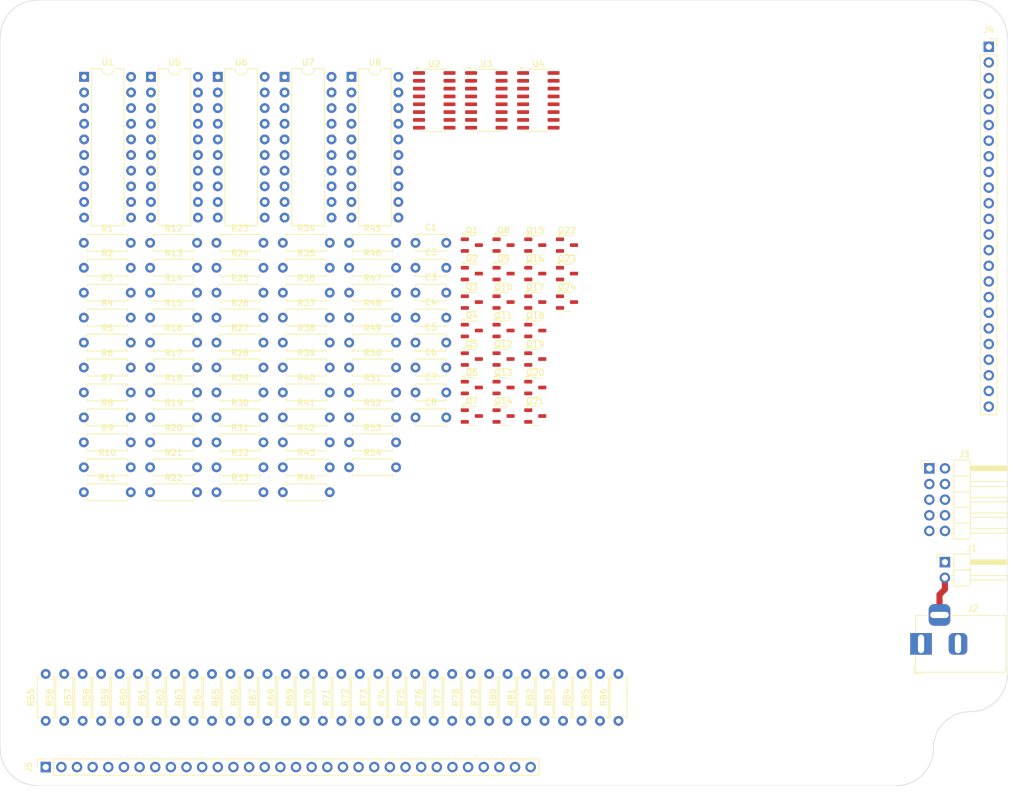
<source format=kicad_pcb>
(kicad_pcb (version 20240108) (generator "pcbnew") (generator_version "8.0")
  (title_block (title "Fullsize LED Board (Driver)"))
  (layers (0 "F.Cu" signal) (31 "B.Cu" signal) (34 "B.Paste" user) (35 "F.Paste" user) (36 "B.SilkS" user "B.Silkscreen") (37 "F.SilkS" user "F.Silkscreen") (38 "B.Mask" user) (39 "F.Mask" user) (44 "Edge.Cuts" user))
  (net 0 "")
  (net 1 "GND")
  (net 2 "+5V")
  (net 3 "Net-(J1-Pin_2)")
  (net 4 "ShiftRowData")
  (net 5 "RowData")
  (net 6 "ApplyRowAndStrobe")
  (net 9 "ShiftRowStrobe")
  (net 10 "~{OutputEnable}")
  (net 11 "RowStrobe")
  (net 12 "/Anodes1")
  (net 13 "/Anodes23")
  (net 14 "/Anodes21")
  (net 15 "/Anodes5")
  (net 16 "/Anodes18")
  (net 17 "/Anodes4")
  (net 18 "/Anodes0")
  (net 19 "/Anodes11")
  (net 20 "/Anodes7")
  (net 21 "/Anodes15")
  (net 22 "/Anodes20")
  (net 23 "/Anodes2")
  (net 24 "/Anodes16")
  (net 25 "/Anodes17")
  (net 26 "/Anodes14")
  (net 27 "/Anodes12")
  (net 28 "/Anodes22")
  (net 29 "/Anodes8")
  (net 30 "/Anodes3")
  (net 31 "/Anodes6")
  (net 32 "/Anodes10")
  (net 33 "/Anodes19")
  (net 34 "/Anodes13")
  (net 35 "/Anodes9")
  (net 36 "Net-(J5-Pin_20)")
  (net 37 "Net-(J5-Pin_14)")
  (net 38 "Net-(J5-Pin_26)")
  (net 39 "Net-(J5-Pin_28)")
  (net 40 "Net-(J5-Pin_6)")
  (net 41 "Net-(J5-Pin_18)")
  (net 42 "Net-(J5-Pin_21)")
  (net 43 "Net-(J5-Pin_17)")
  (net 44 "Net-(J5-Pin_4)")
  (net 45 "Net-(J5-Pin_24)")
  (net 46 "Net-(J5-Pin_8)")
  (net 47 "Net-(J5-Pin_19)")
  (net 48 "Net-(J5-Pin_3)")
  (net 49 "Net-(J5-Pin_2)")
  (net 50 "Net-(J5-Pin_9)")
  (net 51 "Net-(J5-Pin_23)")
  (net 52 "Net-(J5-Pin_25)")
  (net 53 "Net-(J5-Pin_31)")
  (net 54 "Net-(J5-Pin_15)")
  (net 55 "Net-(J5-Pin_16)")
  (net 56 "Net-(J5-Pin_22)")
  (net 57 "Net-(J5-Pin_29)")
  (net 58 "Net-(J5-Pin_5)")
  (net 59 "Net-(J5-Pin_1)")
  (net 60 "Net-(J5-Pin_13)")
  (net 61 "Net-(J5-Pin_12)")
  (net 62 "Net-(J5-Pin_7)")
  (net 63 "Net-(J5-Pin_11)")
  (net 64 "Net-(J5-Pin_27)")
  (net 65 "Net-(J5-Pin_30)")
  (net 66 "Net-(J5-Pin_10)")
  (net 67 "Net-(J5-Pin_32)")
  (net 68 "/Cathodes0")
  (net 69 "/Cathodes1")
  (net 70 "/Cathodes2")
  (net 71 "/Cathodes3")
  (net 72 "/Cathodes4")
  (net 73 "/Cathodes5")
  (net 74 "/Cathodes6")
  (net 75 "/Cathodes7")
  (net 76 "/Cathodes8")
  (net 77 "/Cathodes9")
  (net 78 "/Cathodes10")
  (net 79 "/Cathodes11")
  (net 80 "/Cathodes12")
  (net 81 "/Cathodes13")
  (net 82 "/Cathodes14")
  (net 83 "/Cathodes15")
  (net 84 "/Cathodes16")
  (net 85 "/Cathodes17")
  (net 86 "/Cathodes18")
  (net 87 "/Cathodes19")
  (net 88 "/Cathodes20")
  (net 89 "/Cathodes21")
  (net 90 "/Cathodes22")
  (net 91 "/Cathodes23")
  (net 92 "/Cathodes24")
  (net 93 "/Cathodes25")
  (net 94 "/Cathodes26")
  (net 95 "/Cathodes27")
  (net 96 "/Cathodes28")
  (net 97 "/Cathodes29")
  (net 98 "/Cathodes30")
  (net 99 "/Cathodes31")
  (net 100 "Net-(Q1-G)")
  (net 101 "Net-(Q2-G)")
  (net 102 "Net-(Q3-G)")
  (net 103 "Net-(Q4-G)")
  (net 104 "Net-(Q5-G)")
  (net 105 "Net-(Q6-G)")
  (net 106 "Net-(Q7-G)")
  (net 107 "Net-(Q8-G)")
  (net 108 "Net-(Q9-G)")
  (net 109 "Net-(Q10-G)")
  (net 110 "Net-(Q11-G)")
  (net 111 "Net-(Q12-G)")
  (net 112 "Net-(Q13-G)")
  (net 113 "Net-(Q14-G)")
  (net 114 "Net-(Q15-G)")
  (net 115 "Net-(Q16-G)")
  (net 116 "Net-(Q17-G)")
  (net 117 "Net-(Q18-G)")
  (net 118 "Net-(Q19-G)")
  (net 119 "Net-(Q20-G)")
  (net 120 "Net-(Q21-G)")
  (net 121 "Net-(Q22-G)")
  (net 122 "Net-(Q23-G)")
  (net 123 "Net-(Q24-G)")
  (net 124 "/Gates0")
  (net 125 "/Gates1")
  (net 126 "/Gates2")
  (net 127 "/Gates3")
  (net 128 "/Gates4")
  (net 129 "/Gates5")
  (net 130 "/Gates6")
  (net 131 "/Gates7")
  (net 132 "/Gates8")
  (net 133 "/Gates9")
  (net 134 "/Gates10")
  (net 135 "/Gates11")
  (net 136 "/Gates12")
  (net 137 "/Gates13")
  (net 138 "/Gates14")
  (net 139 "/Gates15")
  (net 140 "/Gates16")
  (net 141 "/Gates17")
  (net 142 "/Gates18")
  (net 143 "/Gates19")
  (net 144 "/Gates20")
  (net 145 "/Gates21")
  (net 146 "/Gates22")
  (net 147 "/Gates23")
  (net 149 "/ShiftRowData'")
  (net 150 "/ApplyRowAndStrobe'")
  (net 151 "/RowData'")
  (net 152 "/~{OutputEnable'}")
  (net 153 "/RowStrobe'")
  (net 155 "/ShiftRowStrobe'")
  (net 156 "Net-(U2-QH')")
  (net 157 "Net-(U3-QH')")
  (net 159 "Net-(U5-SER_IN)")
  (net 164 "Net-(U6-SER_IN)")
  (net 167 "Net-(U7-SER_IN)")
  (footprint "Package_DIP:DIP-20_W7.62mm" (layer "F.Cu") (at 110.1125 44.925)
    (property "Reference" "U1")
    (property "Value" "74HCT541")
  )
  (footprint "Package_TO_SOT_SMD:SOT-23-3" (layer "F.Cu") (at 178.2125 100)
    (property "Reference" "Q14")
    (property "Value" "SQ2351CES")
  )
  (footprint "Package_TO_SOT_SMD:SOT-23-3" (layer "F.Cu") (at 173.0625 81.5)
    (property "Reference" "Q3")
    (property "Value" "SQ2351CES")
  )
  (footprint "Resistor_THT:R_Axial_DIN0207_L6.3mm_D2.5mm_P7.62mm_Horizontal" (layer "F.Cu") (at 153.1425 108.325)
    (property "Reference" "R54")
    (property "Value" "150R")
  )
  (footprint "Resistor_THT:R_Axial_DIN0207_L6.3mm_D2.5mm_P7.62mm_Horizontal" (layer "F.Cu") (at 120.8325 104.275)
    (property "Reference" "R20")
    (property "Value" "150R")
  )
  (footprint "Package_TO_SOT_SMD:SOT-23-3" (layer "F.Cu") (at 188.5125 76.875)
    (property "Reference" "Q23")
    (property "Value" "SQ2351CES")
  )
  (footprint "Resistor_THT:R_Axial_DIN0207_L6.3mm_D2.5mm_P7.62mm_Horizontal" (layer "F.Cu") (at 131.6025 88.075)
    (property "Reference" "R27")
    (property "Value" "R")
  )
  (footprint "Package_TO_SOT_SMD:SOT-23-3" (layer "F.Cu") (at 173.0625 95.375)
    (property "Reference" "Q6")
    (property "Value" "SQ2351CES")
  )
  (footprint "Resistor_THT:R_Axial_DIN0207_L6.3mm_D2.5mm_P7.62mm_Horizontal" (layer "F.Cu") (at 110.0625 71.875)
    (property "Reference" "R1")
    (property "Value" "R")
  )
  (footprint "Package_TO_SOT_SMD:SOT-23-3" (layer "F.Cu") (at 178.2125 81.5)
    (property "Reference" "Q10")
    (property "Value" "SQ2351CES")
  )
  (footprint "Resistor_THT:R_Axial_DIN0207_L6.3mm_D2.5mm_P7.62mm_Horizontal" (layer "F.Cu") (at 120.8325 108.325)
    (property "Reference" "R21")
    (property "Value" "R")
  )
  (footprint "Package_SO:SOIC-16_3.9x9.9mm_P1.27mm" (layer "F.Cu") (at 166.9625 48.745)
    (property "Reference" "U2")
    (property "Value" "74HCT595")
  )
  (footprint "Resistor_THT:R_Axial_DIN0207_L6.3mm_D2.5mm_P7.62mm_Horizontal" (layer "F.Cu") (at 120.8325 79.975)
    (property "Reference" "R14")
    (property "Value" "150R")
  )
  (footprint "Connector_PinHeader_2.54mm:PinHeader_2x05_P2.54mm_Horizontal" (layer "F.Cu") (at 247.35 108.5)
    (property "Reference" "J3")
    (property "Value" "~")
  )
  (footprint "Resistor_THT:R_Axial_DIN0207_L6.3mm_D2.5mm_P7.62mm_Horizontal" (layer "F.Cu") (at 154.875 149.5 90)
    (property "Reference" "R72")
    (property "Value" "R")
  )
  (footprint "Package_TO_SOT_SMD:SOT-23-3" (layer "F.Cu") (at 188.5125 81.5)
    (property "Reference" "Q24")
    (property "Value" "SQ2351CES")
  )
  (footprint "Resistor_THT:R_Axial_DIN0207_L6.3mm_D2.5mm_P7.62mm_Horizontal" (layer "F.Cu") (at 109.875 149.5 90)
    (property "Reference" "R57")
    (property "Value" "R")
  )
  (footprint "Resistor_THT:R_Axial_DIN0207_L6.3mm_D2.5mm_P7.62mm_Horizontal" (layer "F.Cu") (at 190.875 149.5 90)
    (property "Reference" "R84")
    (property "Value" "R")
  )
  (footprint "Resistor_THT:R_Axial_DIN0207_L6.3mm_D2.5mm_P7.62mm_Horizontal" (layer "F.Cu") (at 153.1425 100.225)
    (property "Reference" "R52")
    (property "Value" "150R")
  )
  (footprint "Resistor_THT:R_Axial_DIN0207_L6.3mm_D2.5mm_P7.62mm_Horizontal" (layer "F.Cu") (at 120.8325 88.075)
    (property "Reference" "R16")
    (property "Value" "150R")
  )
  (footprint "Capacitor_THT:C_Disc_D4.7mm_W2.5mm_P5.00mm" (layer "F.Cu") (at 163.9125 96.175)
    (property "Reference" "C7")
    (property "Value" "100nF")
  )
  (footprint "Resistor_THT:R_Axial_DIN0207_L6.3mm_D2.5mm_P7.62mm_Horizontal" (layer "F.Cu") (at 131.6025 75.925)
    (property "Reference" "R24")
    (property "Value" "150R")
  )
  (footprint "Resistor_THT:R_Axial_DIN0207_L6.3mm_D2.5mm_P7.62mm_Horizontal" (layer "F.Cu") (at 169.875 149.5 90)
    (property "Reference" "R77")
    (property "Value" "R")
  )
  (footprint "Resistor_THT:R_Axial_DIN0207_L6.3mm_D2.5mm_P7.62mm_Horizontal" (layer "F.Cu") (at 181.875 149.5 90)
    (property "Reference" "R81")
    (property "Value" "R")
  )
  (footprint "Resistor_THT:R_Axial_DIN0207_L6.3mm_D2.5mm_P7.62mm_Horizontal" (layer "F.Cu") (at 124.875 149.5 90)
    (property "Reference" "R62")
    (property "Value" "R")
  )
  (footprint "Package_TO_SOT_SMD:SOT-23-3" (layer "F.Cu") (at 178.2125 76.875)
    (property "Reference" "Q9")
    (property "Value" "SQ2351CES")
  )
  (footprint "Package_TO_SOT_SMD:SOT-23-3" (layer "F.Cu") (at 173.0625 90.75)
    (property "Reference" "Q5")
    (property "Value" "SQ2351CES")
  )
  (footprint "Resistor_THT:R_Axial_DIN0207_L6.3mm_D2.5mm_P7.62mm_Horizontal" (layer "F.Cu") (at 110.0625 88.075)
    (property "Reference" "R5")
    (property "Value" "R")
  )
  (footprint "Resistor_THT:R_Axial_DIN0207_L6.3mm_D2.5mm_P7.62mm_Horizontal" (layer "F.Cu") (at 110.0625 92.125)
    (property "Reference" "R6")
    (property "Value" "R")
  )
  (footprint "Package_TO_SOT_SMD:SOT-23-3" (layer "F.Cu") (at 183.3625 95.375)
    (property "Reference" "Q20")
    (property "Value" "SQ2351CES")
  )
  (footprint "Resistor_THT:R_Axial_DIN0207_L6.3mm_D2.5mm_P7.62mm_Horizontal" (layer "F.Cu") (at 139.875 149.5 90)
    (property "Reference" "R67")
    (property "Value" "R")
  )
  (footprint "Package_TO_SOT_SMD:SOT-23-3" (layer "F.Cu") (at 173.0625 86.125)
    (property "Reference" "Q4")
    (property "Value" "SQ2351CES")
  )
  (footprint "Package_TO_SOT_SMD:SOT-23-3" (layer "F.Cu") (at 183.3625 100)
    (property "Reference" "Q21")
    (property "Value" "SQ2351CES")
  )
  (footprint "Resistor_THT:R_Axial_DIN0207_L6.3mm_D2.5mm_P7.62mm_Horizontal" (layer "F.Cu") (at 120.8325 84.025)
    (property "Reference" "R15")
    (property "Value" "R")
  )
  (footprint "Connector_PinSocket_2.54mm:PinSocket_1x24_P2.54mm_Vertical" (layer "F.Cu") (at 257 40.05)
    (property "Reference" "J4")
    (property "Value" "Anodes Header")
  )
  (footprint "Resistor_THT:R_Axial_DIN0207_L6.3mm_D2.5mm_P7.62mm_Horizontal" (layer "F.Cu") (at 166.875 149.5 90)
    (property "Reference" "R76")
    (property "Value" "R")
  )
  (footprint "Resistor_THT:R_Axial_DIN0207_L6.3mm_D2.5mm_P7.62mm_Horizontal" (layer "F.Cu") (at 151.875 149.5 90)
    (property "Reference" "R71")
    (property "Value" "R")
  )
  (footprint "Resistor_THT:R_Axial_DIN0207_L6.3mm_D2.5mm_P7.62mm_Horizontal" (layer "F.Cu") (at 110.0625 79.975)
    (property "Reference" "R3")
    (property "Value" "R")
  )
  (footprint "Resistor_THT:R_Axial_DIN0207_L6.3mm_D2.5mm_P7.62mm_Horizontal" (layer "F.Cu") (at 118.875 149.5 90)
    (property "Reference" "R60")
    (property "Value" "R")
  )
  (footprint "Package_TO_SOT_SMD:SOT-23-3" (layer "F.Cu") (at 173.0625 100)
    (property "Reference" "Q7")
    (property "Value" "SQ2351CES")
  )
  (footprint "Package_TO_SOT_SMD:SOT-23-3" (layer "F.Cu") (at 178.2125 72.25)
    (property "Reference" "Q8")
    (property "Value" "SQ2351CES")
  )
  (footprint "Resistor_THT:R_Axial_DIN0207_L6.3mm_D2.5mm_P7.62mm_Horizontal" (layer "F.Cu") (at 136.875 149.5 90)
    (property "Reference" "R66")
    (property "Value" "R")
  )
  (footprint "Package_DIP:DIP-20_W7.62mm" (layer "F.Cu") (at 120.9625 44.925)
    (property "Reference" "U5")
    (property "Value" "TPIC6B595N")
  )
  (footprint "Package_TO_SOT_SMD:SOT-23-3" (layer "F.Cu") (at 173.0625 76.875)
    (property "Reference" "Q2")
    (property "Value" "SQ2351CES")
  )
  (footprint "Resistor_THT:R_Axial_DIN0207_L6.3mm_D2.5mm_P7.62mm_Horizontal" (layer "F.Cu") (at 142.3725 92.125)
    (property "Reference" "R39")
    (property "Value" "R")
  )
  (footprint "Resistor_THT:R_Axial_DIN0207_L6.3mm_D2.5mm_P7.62mm_Horizontal" (layer "F.Cu") (at 133.875 149.5 90)
    (property "Reference" "R65")
    (property "Value" "R")
  )
  (footprint "Capacitor_THT:C_Disc_D4.7mm_W2.5mm_P5.00mm" (layer "F.Cu") (at 163.9125 71.875)
    (property "Reference" "C1")
    (property "Value" "100nF")
  )
  (footprint "Resistor_THT:R_Axial_DIN0207_L6.3mm_D2.5mm_P7.62mm_Horizontal" (layer "F.Cu") (at 131.6025 96.175)
    (property "Reference" "R29")
    (property "Value" "R")
  )
  (footprint "Package_TO_SOT_SMD:SOT-23-3" (layer "F.Cu") (at 188.5125 72.25)
    (property "Reference" "Q22")
    (property "Value" "SQ2351CES")
  )
  (footprint "Resistor_THT:R_Axial_DIN0207_L6.3mm_D2.5mm_P7.62mm_Horizontal" (layer "F.Cu") (at 110.0625 100.225)
    (property "Reference" "R8")
    (property "Value" "150R")
  )
  (footprint "Resistor_THT:R_Axial_DIN0207_L6.3mm_D2.5mm_P7.62mm_Horizontal" (layer "F.Cu") (at 120.8325 112.375)
    (property "Reference" "R22")
    (property "Value" "150R")
  )
  (footprint "Resistor_THT:R_Axial_DIN0207_L6.3mm_D2.5mm_P7.62mm_Horizontal" (layer "F.Cu") (at 142.3725 100.225)
    (property "Reference" "R41")
    (property "Value" "R")
  )
  (footprint "Package_TO_SOT_SMD:SOT-23-3" (layer "F.Cu") (at 183.3625 81.5)
    (property "Reference" "Q17")
    (property "Value" "SQ2351CES")
  )
  (footprint "Resistor_THT:R_Axial_DIN0207_L6.3mm_D2.5mm_P7.62mm_Horizontal" (layer "F.Cu") (at 142.3725 108.325)
    (property "Reference" "R43")
    (property "Value" "R")
  )
  (footprint "Resistor_THT:R_Axial_DIN0207_L6.3mm_D2.5mm_P7.62mm_Horizontal" (layer "F.Cu") (at 142.3725 71.875)
    (property "Reference" "R34")
    (property "Value" "150R")
  )
  (footprint "Resistor_THT:R_Axial_DIN0207_L6.3mm_D2.5mm_P7.62mm_Horizontal" (layer "F.Cu") (at 110.0625 84.025)
    (property "Reference" "R4")
    (property "Value" "R")
  )
  (footprint "Resistor_THT:R_Axial_DIN0207_L6.3mm_D2.5mm_P7.62mm_Horizontal" (layer "F.Cu") (at 142.3725 75.925)
    (property "Reference" "R35")
    (property "Value" "R")
  )
  (footprint "Resistor_THT:R_Axial_DIN0207_L6.3mm_D2.5mm_P7.62mm_Horizontal" (layer "F.Cu") (at 106.875 149.5 90)
    (property "Reference" "R56")
    (property "Value" "R")
  )
  (footprint "Package_DIP:DIP-20_W7.62mm" (layer "F.Cu") (at 142.6625 44.925)
    (property "Reference" "U7")
    (property "Value" "TPIC6B595N")
  )
  (footprint "Resistor_THT:R_Axial_DIN0207_L6.3mm_D2.5mm_P7.62mm_Horizontal" (layer "F.Cu") (at 130.875 149.5 90)
    (property "Reference" "R64")
    (property "Value" "R")
  )
  (footprint "Resistor_THT:R_Axial_DIN0207_L6.3mm_D2.5mm_P7.62mm_Horizontal" (layer "F.Cu") (at 153.1425 88.075)
    (property "Reference" "R49")
    (property "Value" "R")
  )
  (footprint "Resistor_THT:R_Axial_DIN0207_L6.3mm_D2.5mm_P7.62mm_Horizontal" (layer "F.Cu") (at 110.0625 75.925)
    (property "Reference" "R2")
    (property "Value" "R")
  )
  (footprint "Connector_PinSocket_2.54mm:PinSocket_1x32_P2.54mm_Vertical" (layer "F.Cu") (at 103.875 157 90)
    (property "Reference" "J5")
    (property "Value" "Cathodes Header")
  )
  (footprint "Resistor_THT:R_Axial_DIN0207_L6.3mm_D2.5mm_P7.62mm_Horizontal" (layer "F.Cu") (at 120.8325 92.125)
    (property "Reference" "R17")
    (property "Value" "R")
  )
  (footprint "Capacitor_THT:C_Disc_D4.7mm_W2.5mm_P5.00mm" (layer "F.Cu") (at 163.9125 79.975)
    (property "Reference" "C3")
    (property "Value" "100nF")
  )
  (footprint "Resistor_THT:R_Axial_DIN0207_L6.3mm_D2.5mm_P7.62mm_Horizontal" (layer "F.Cu") (at 131.6025 100.225)
    (property "Reference" "R30")
    (property "Value" "150R")
  )
  (footprint "Resistor_THT:R_Axial_DIN0207_L6.3mm_D2.5mm_P7.62mm_Horizontal" (layer "F.Cu") (at 153.1425 96.175)
    (property "Reference" "R51")
    (property "Value" "R")
  )
  (footprint "Resistor_THT:R_Axial_DIN0207_L6.3mm_D2.5mm_P7.62mm_Horizontal" (layer "F.Cu") (at 153.1425 104.275)
    (property "Reference" "R53")
    (property "Value" "R")
  )
  (footprint "Resistor_THT:R_Axial_DIN0207_L6.3mm_D2.5mm_P7.62mm_Horizontal" (layer "F.Cu") (at 120.8325 100.225)
    (property "Reference" "R19")
    (property "Value" "R")
  )
  (footprint "Resistor_THT:R_Axial_DIN0207_L6.3mm_D2.5mm_P7.62mm_Horizontal" (layer "F.Cu") (at 115.875 149.5 90)
    (property "Reference" "R59")
    (property "Value" "R")
  )
  (footprint "Resistor_THT:R_Axial_DIN0207_L6.3mm_D2.5mm_P7.62mm_Horizontal" (layer "F.Cu") (at 121.875 149.5 90)
    (property "Reference" "R61")
    (property "Value" "R")
  )
  (footprint "Resistor_THT:R_Axial_DIN0207_L6.3mm_D2.5mm_P7.62mm_Horizontal" (layer "F.Cu") (at 110.0625 96.175)
    (property "Reference" "R7")
    (property "Value" "R")
  )
  (footprint "Resistor_THT:R_Axial_DIN0207_L6.3mm_D2.5mm_P7.62mm_Horizontal" (layer "F.Cu") (at 110.0625 104.275)
    (property "Reference" "R9")
    (property "Value" "R")
  )
  (footprint "Resistor_THT:R_Axial_DIN0207_L6.3mm_D2.5mm_P7.62mm_Horizontal" (layer "F.Cu") (at 131.6025 104.275)
    (property "Reference" "R31")
    (property "Value" "R")
  )
  (footprint "Resistor_THT:R_Axial_DIN0207_L6.3mm_D2.5mm_P7.62mm_Horizontal" (layer "F.Cu") (at 160.875 149.5 90)
    (property "Reference" "R74")
    (property "Value" "R")
  )
  (footprint "Resistor_THT:R_Axial_DIN0207_L6.3mm_D2.5mm_P7.62mm_Horizontal" (layer "F.Cu") (at 157.875 149.5 90)
    (property "Reference" "R73")
    (property "Value" "R")
  )
  (footprint "Capacitor_THT:C_Disc_D4.7mm_W2.5mm_P5.00mm" (layer "F.Cu") (at 163.9125 75.925)
    (property "Reference" "C2")
    (property "Value" "100nF")
  )
  (footprint "Resistor_THT:R_Axial_DIN0207_L6.3mm_D2.5mm_P7.62mm_Horizontal" (layer "F.Cu") (at 178.875 149.5 90)
    (property "Reference" "R80")
    (property "Value" "R")
  )
  (footprint "Package_TO_SOT_SMD:SOT-23-3" (layer "F.Cu") (at 178.2125 95.375)
    (property "Reference" "Q13")
    (property "Value" "SQ2351CES")
  )
  (footprint "Package_TO_SOT_SMD:SOT-23-3" (layer "F.Cu") (at 183.3625 72.25)
    (property "Reference" "Q15")
    (property "Value" "SQ2351CES")
  )
  (footprint "Resistor_THT:R_Axial_DIN0207_L6.3mm_D2.5mm_P7.62mm_Horizontal" (layer "F.Cu") (at 153.1425 79.975)
    (property "Reference" "R47")
    (property "Value" "R")
  )
  (footprint "Resistor_THT:R_Axial_DIN0207_L6.3mm_D2.5mm_P7.62mm_Horizontal" (layer "F.Cu") (at 184.875 149.5 90)
    (property "Reference" "R82")
    (property "Value" "R")
  )
  (footprint "Resistor_THT:R_Axial_DIN0207_L6.3mm_D2.5mm_P7.62mm_Horizontal" (layer "F.Cu") (at 148.875 149.5 90)
    (property "Reference" "R70")
    (property "Value" "R")
  )
  (footprint "Resistor_THT:R_Axial_DIN0207_L6.3mm_D2.5mm_P7.62mm_Horizontal" (layer "F.Cu") (at 187.875 149.5 90)
    (property "Reference" "R83")
    (property "Value" "R")
  )
  (footprint "Resistor_THT:R_Axial_DIN0207_L6.3mm_D2.5mm_P7.62mm_Horizontal" (layer "F.Cu") (at 131.6025 79.975)
    (property "Reference" "R25")
    (property "Value" "R")
  )
  (footprint "Package_SO:SOIC-16_3.9x9.9mm_P1.27mm" (layer "F.Cu") (at 175.4125 48.745)
    (property "Reference" "U3")
    (property "Value" "74HCT595")
  )
  (footprint "Package_TO_SOT_SMD:SOT-23-3" (layer "F.Cu") (at 173.0625 72.25)
    (property "Reference" "Q1")
    (property "Value" "SQ2351CES")
  )
  (footprint "Resistor_THT:R_Axial_DIN0207_L6.3mm_D2.5mm_P7.62mm_Horizontal" (layer "F.Cu") (at 142.3725 88.075)
    (property "Reference" "R38")
    (property "Value" "150R")
  )
  (footprint "Resistor_THT:R_Axial_DIN0207_L6.3mm_D2.5mm_P7.62mm_Horizontal" (layer "F.Cu") (at 131.6025 84.025)
    (property "Reference" "R26")
    (property "Value" "150R")
  )
  (footprint "Capacitor_THT:C_Disc_D4.7mm_W2.5mm_P5.00mm" (layer "F.Cu") (at 163.9125 92.125)
    (property "Reference" "C6")
    (property "Value" "100nF")
  )
  (footprint "Resistor_THT:R_Axial_DIN0207_L6.3mm_D2.5mm_P7.62mm_Horizontal" (layer "F.Cu") (at 142.3725 104.275)
    (property "Reference" "R42")
    (property "Value" "150R")
  )
  (footprint "Package_TO_SOT_SMD:SOT-23-3" (layer "F.Cu") (at 178.2125 90.75)
    (property "Reference" "Q12")
    (property "Value" "SQ2351CES")
  )
  (footprint "Resistor_THT:R_Axial_DIN0207_L6.3mm_D2.5mm_P7.62mm_Horizontal" (layer "F.Cu") (at 196.875 149.5 90)
    (property "Reference" "R86")
    (property "Value" "R")
  )
  (footprint "Package_TO_SOT_SMD:SOT-23-3" (layer "F.Cu") (at 183.3625 90.75)
    (property "Reference" "Q19")
    (property "Value" "SQ2351CES")
  )
  (footprint "Connector_BarrelJack:BarrelJack_Horizontal" (layer "F.Cu") (at 246 137 180)
    (property "Reference" "J2")
    (property "Value" "~")
  )
  (footprint "Resistor_THT:R_Axial_DIN0207_L6.3mm_D2.5mm_P7.62mm_Horizontal" (layer "F.Cu") (at 193.875 149.5 90)
    (property "Reference" "R85")
    (property "Value" "R")
  )
  (footprint "Resistor_THT:R_Axial_DIN0207_L6.3mm_D2.5mm_P7.62mm_Horizontal" (layer "F.Cu") (at 131.6025 108.325)
    (property "Reference" "R32")
    (property "Value" "150R")
  )
  (footprint "Resistor_THT:R_Axial_DIN0207_L6.3mm_D2.5mm_P7.62mm_Horizontal" (layer "F.Cu") (at 131.6025 92.125)
    (property "Reference" "R28")
    (property "Value" "150R")
  )
  (footprint "Package_TO_SOT_SMD:SOT-23-3" (layer "F.Cu") (at 183.3625 86.125)
    (property "Reference" "Q18")
    (property "Value" "SQ2351CES")
  )
  (footprint "Resistor_THT:R_Axial_DIN0207_L6.3mm_D2.5mm_P7.62mm_Horizontal" (layer "F.Cu") (at 110.0625 108.325)
    (property "Reference" "R10")
    (property "Value" "150R")
  )
  (footprint "Package_DIP:DIP-20_W7.62mm" (layer "F.Cu") (at 131.8125 44.925)
    (property "Reference" "U6")
    (property "Value" "TPIC6B595N")
  )
  (footprint "Capacitor_THT:C_Disc_D4.7mm_W2.5mm_P5.00mm" (layer "F.Cu") (at 163.9125 100.225)
    (property "Reference" "C8")
    (property "Value" "100nF")
  )
  (footprint "Resistor_THT:R_Axial_DIN0207_L6.3mm_D2.5mm_P7.62mm_Horizontal" (layer "F.Cu") (at 153.1425 71.875)
    (property "Reference" "R45")
    (property "Value" "R")
  )
  (footprint "Resistor_THT:R_Axial_DIN0207_L6.3mm_D2.5mm_P7.62mm_Horizontal" (layer "F.Cu") (at 153.1425 75.925)
    (property "Reference" "R46")
    (property "Value" "150R")
  )
  (footprint "Connector_PinHeader_2.54mm:PinHeader_1x02_P2.54mm_Horizontal" (layer "F.Cu") (at 249.875 123.725)
    (property "Reference" "J1")
    (property "Value" "~")
  )
  (footprint "Resistor_THT:R_Axial_DIN0207_L6.3mm_D2.5mm_P7.62mm_Horizontal" (layer "F.Cu") (at 120.8325 75.925)
    (property "Reference" "R13")
    (property "Value" "R")
  )
  (footprint "Resistor_THT:R_Axial_DIN0207_L6.3mm_D2.5mm_P7.62mm_Horizontal" (layer "F.Cu") (at 110.0625 112.375)
    (property "Reference" "R11")
    (property "Value" "R")
  )
  (footprint "Capacitor_THT:C_Disc_D4.7mm_W2.5mm_P5.00mm" (layer "F.Cu") (at 163.9125 88.075)
    (property "Reference" "C5")
    (property "Value" "100nF")
  )
  (footprint "Resistor_THT:R_Axial_DIN0207_L6.3mm_D2.5mm_P7.62mm_Horizontal" (layer "F.Cu") (at 112.875 149.5 90)
    (property "Reference" "R58")
    (property "Value" "R")
  )
  (footprint "Resistor_THT:R_Axial_DIN0207_L6.3mm_D2.5mm_P7.62mm_Horizontal" (layer "F.Cu") (at 103.875 149.5 90)
    (property "Reference" "R55")
    (property "Value" "R")
  )
  (footprint "Resistor_THT:R_Axial_DIN0207_L6.3mm_D2.5mm_P7.62mm_Horizontal" (layer "F.Cu") (at 172.875 149.5 90)
    (property "Reference" "R78")
    (property "Value" "R")
  )
  (footprint "Resistor_THT:R_Axial_DIN0207_L6.3mm_D2.5mm_P7.62mm_Horizontal" (layer "F.Cu") (at 153.1425 92.125)
    (property "Reference" "R50")
    (property "Value" "150R")
  )
  (footprint "Resistor_THT:R_Axial_DIN0207_L6.3mm_D2.5mm_P7.62mm_Horizontal" (layer "F.Cu") (at 142.3725 84.025)
    (property "Reference" "R37")
    (property "Value" "R")
  )
  (footprint "Resistor_THT:R_Axial_DIN0207_L6.3mm_D2.5mm_P7.62mm_Horizontal" (layer "F.Cu") (at 127.875 149.5 90)
    (property "Reference" "R63")
    (property "Value" "R")
  )
  (footprint "Package_SO:SOIC-16_3.9x9.9mm_P1.27mm" (layer "F.Cu") (at 183.8625 48.745)
    (property "Reference" "U4")
    (property "Value" "74HCT595")
  )
  (footprint "Resistor_THT:R_Axial_DIN0207_L6.3mm_D2.5mm_P7.62mm_Horizontal" (layer "F.Cu") (at 131.6025 71.875)
    (property "Reference" "R23")
    (property "Value" "R")
  )
  (footprint "Resistor_THT:R_Axial_DIN0207_L6.3mm_D2.5mm_P7.62mm_Horizontal" (layer "F.Cu") (at 142.875 149.5 90)
    (property "Reference" "R68")
    (property "Value" "R")
  )
  (footprint "Capacitor_THT:C_Disc_D4.7mm_W2.5mm_P5.00mm" (layer "F.Cu") (at 163.9125 84.025)
    (property "Reference" "C4")
    (property "Value" "100nF")
  )
  (footprint "Resistor_THT:R_Axial_DIN0207_L6.3mm_D2.5mm_P7.62mm_Horizontal" (layer "F.Cu") (at 175.875 149.5 90)
    (property "Reference" "R79")
    (property "Value" "R")
  )
  (footprint "Resistor_THT:R_Axial_DIN0207_L6.3mm_D2.5mm_P7.62mm_Horizontal" (layer "F.Cu") (at 142.3725 112.375)
    (property "Reference" "R44")
    (property "Value" "150R")
  )
  (footprint "Resistor_THT:R_Axial_DIN0207_L6.3mm_D2.5mm_P7.62mm_Horizontal" (layer "F.Cu") (at 120.8325 71.875)
    (property "Reference" "R12")
    (property "Value" "150R")
  )
  (footprint "Package_DIP:DIP-20_W7.62mm" (layer "F.Cu") (at 153.5125 44.925)
    (property "Reference" "U8")
    (property "Value" "TPIC6B595N")
  )
  (footprint "Resistor_THT:R_Axial_DIN0207_L6.3mm_D2.5mm_P7.62mm_Horizontal" (layer "F.Cu") (at 142.3725 79.975)
    (property "Reference" "R36")
    (property "Value" "150R")
  )
  (footprint "Resistor_THT:R_Axial_DIN0207_L6.3mm_D2.5mm_P7.62mm_Horizontal" (layer "F.Cu") (at 145.875 149.5 90)
    (property "Reference" "R69")
    (property "Value" "R")
  )
  (footprint "Resistor_THT:R_Axial_DIN0207_L6.3mm_D2.5mm_P7.62mm_Horizontal" (layer "F.Cu") (at 120.8325 96.175)
    (property "Reference" "R18")
    (property "Value" "150R")
  )
  (footprint "Resistor_THT:R_Axial_DIN0207_L6.3mm_D2.5mm_P7.62mm_Horizontal" (layer "F.Cu") (at 142.3725 96.175)
    (property "Reference" "R40")
    (property "Value" "150R")
  )
  (footprint "Resistor_THT:R_Axial_DIN0207_L6.3mm_D2.5mm_P7.62mm_Horizontal" (layer "F.Cu") (at 131.6025 112.375)
    (property "Reference" "R33")
    (property "Value" "R")
  )
  (footprint "Package_TO_SOT_SMD:SOT-23-3" (layer "F.Cu") (at 178.2125 86.125)
    (property "Reference" "Q11")
    (property "Value" "SQ2351CES")
  )
  (footprint "Resistor_THT:R_Axial_DIN0207_L6.3mm_D2.5mm_P7.62mm_Horizontal" (layer "F.Cu") (at 163.875 149.5 90)
    (property "Reference" "R75")
    (property "Value" "R")
  )
  (footprint "Package_TO_SOT_SMD:SOT-23-3" (layer "F.Cu") (at 183.3625 76.875)
    (property "Reference" "Q16")
    (property "Value" "SQ2351CES")
  )
  (footprint "Resistor_THT:R_Axial_DIN0207_L6.3mm_D2.5mm_P7.62mm_Horizontal" (layer "F.Cu") (at 153.1425 84.025)
    (property "Reference" "R48")
    (property "Value" "150R")
  )
  (gr_line (start 260 38.5) (end 260 142) (stroke (width 0.05)) (layer "Edge.Cuts"))
  (gr_line (start 242 160) (end 102.5 160) (stroke (width 0.05)) (layer "Edge.Cuts"))
  (gr_line (start 102.5 32.5) (end 254 32.5) (stroke (width 0.05)) (layer "Edge.Cuts"))
  (gr_arc (start 260 142) (mid 258.242641 146.242641) (end 254 148) (stroke (width 0.1)) (layer "Edge.Cuts"))
  (gr_arc (start 248 154) (mid 249.757359 149.757359) (end 254 148) (stroke (width 0.1)) (layer "Edge.Cuts"))
  (gr_arc (start 254 32.5) (mid 258.242641 34.257359) (end 260 38.5) (stroke (width 0.1)) (layer "Edge.Cuts"))
  (gr_arc (start 248 154) (mid 246.242641 158.242641) (end 242 160) (stroke (width 0.1)) (layer "Edge.Cuts"))
  (gr_line (start 96.5 154) (end 96.5 38.5) (stroke (width 0.05)) (layer "Edge.Cuts"))
  (gr_arc (start 102.500001 159.999999) (mid 98.25736 158.24264) (end 96.500001 153.999999) (stroke (width 0.1)) (layer "Edge.Cuts"))
  (gr_arc (start 96.500001 38.500001) (mid 98.25736 34.25736) (end 102.500001 32.500001) (stroke (width 0.1)) (layer "Edge.Cuts"))
  (segment (start 249.875 128.125) (end 249 129) (width 1) (layer "F.Cu") (net 3))
  (segment (start 249.875 126.265) (end 249.875 128.125) (width 1) (layer "F.Cu") (net 3))
  (segment (start 249 129) (end 249 132.3) (width 1) (layer "F.Cu") (net 3))
)
</source>
